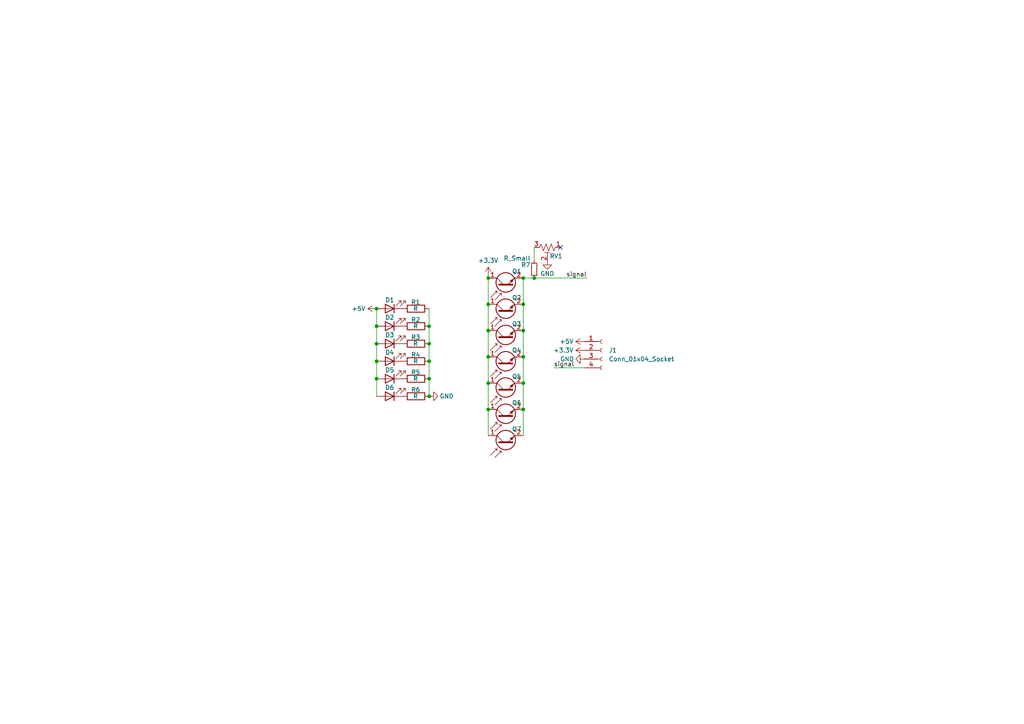
<source format=kicad_sch>
(kicad_sch (version 20230121) (generator eeschema)
  (paper "A4")
  (lib_symbols
    (symbol "Connector:Conn_01x04_Socket" (pin_names (offset 1.016) hide)
      (property "Reference" "J" (at 0 5.08 0))
      (property "Value" "Conn_01x04_Socket" (at 0 -7.62 0))
      (symbol "Conn_01x04_Socket_1_1"
        (arc (start 0 -4.572) (mid -0.5058 -5.08) (end 0 -5.588) (stroke (width 0.1524)))
        (arc (start 0 -2.032) (mid -0.5058 -2.54) (end 0 -3.048) (stroke (width 0.1524)))
        (polyline (pts (xy -1.27 -5.08) (xy -0.508 -5.08)) (stroke (width 0.1524)))
        (polyline (pts (xy -1.27 -2.54) (xy -0.508 -2.54)) (stroke (width 0.1524)))
        (polyline (pts (xy -1.27 0) (xy -0.508 0)) (stroke (width 0.1524)))
        (polyline (pts (xy -1.27 2.54) (xy -0.508 2.54)) (stroke (width 0.1524)))
        (arc (start 0 0.508) (mid -0.5058 0) (end 0 -0.508) (stroke (width 0.1524)))
        (arc (start 0 3.048) (mid -0.5058 2.54) (end 0 2.032) (stroke (width 0.1524)))
        (pin passive line (at -5.08 2.54 0) (length 3.81) (name "Pin_1") (number "1"))
        (pin passive line (at -5.08 0 0) (length 3.81) (name "Pin_2") (number "2"))
        (pin passive line (at -5.08 -2.54 0) (length 3.81) (name "Pin_3") (number "3"))
        (pin passive line (at -5.08 -5.08 0) (length 3.81) (name "Pin_4") (number "4"))
      )
    )
    (symbol "Device:LED" (pin_numbers hide) (pin_names (offset 1.016) hide)
      (property "Reference" "D" (at 0 2.54 0))
      (property "Value" "LED" (at 0 -2.54 0))
      (symbol "LED_0_1"
        (polyline (pts (xy -1.27 -1.27) (xy -1.27 1.27)) (stroke (width 0.254)))
        (polyline (pts (xy -1.27 0) (xy 1.27 0)))
        (polyline (pts (xy 1.27 -1.27) (xy 1.27 1.27) (xy -1.27 0) (xy 1.27 -1.27)) (stroke (width 0.254)))
        (polyline (pts (xy -3.048 -0.762) (xy -4.572 -2.286) (xy -3.81 -2.286) (xy -4.572 -2.286) (xy -4.572 -1.524)))
        (polyline (pts (xy -1.778 -0.762) (xy -3.302 -2.286) (xy -2.54 -2.286) (xy -3.302 -2.286) (xy -3.302 -1.524)))
      )
      (symbol "LED_1_1"
        (pin passive line (at -3.81 0 0) (length 2.54) (name "K") (number "1"))
        (pin passive line (at 3.81 0 180) (length 2.54) (name "A") (number "2"))
      )
    )
    (symbol "Device:Q_Photo_NPN" (pin_names (offset 0) hide)
      (property "Reference" "Q" (at 5.08 1.27 0))
      (property "Value" "Q_Photo_NPN" (at 5.08 -1.27 0))
      (symbol "Q_Photo_NPN_0_1"
        (polyline (pts (xy -1.905 1.27) (xy -2.54 1.27)))
        (polyline (pts (xy -1.27 2.54) (xy -1.905 2.54)))
        (polyline (pts (xy 0.635 0.635) (xy 2.54 2.54)))
        (polyline (pts (xy -3.81 3.175) (xy -1.905 1.27) (xy -1.905 1.905)))
        (polyline (pts (xy -3.175 4.445) (xy -1.27 2.54) (xy -1.27 3.175)))
        (polyline (pts (xy 0.635 -0.635) (xy 2.54 -2.54) (xy 2.54 -2.54)))
        (polyline (pts (xy 0.635 1.905) (xy 0.635 -1.905) (xy 0.635 -1.905)) (stroke (width 0.508)))
        (polyline (pts (xy 1.27 -1.778) (xy 1.778 -1.27) (xy 2.286 -2.286) (xy 1.27 -1.778) (xy 1.27 -1.778)) (fill (type outline)))
        (circle (center 1.27 0) (radius 2.8194) (stroke (width 0.254)))
      )
      (symbol "Q_Photo_NPN_1_1"
        (pin passive line (at 2.54 5.08 270) (length 2.54) (name "C") (number "1"))
        (pin passive line (at 2.54 -5.08 90) (length 2.54) (name "E") (number "2"))
      )
    )
    (symbol "Device:R" (pin_numbers hide) (pin_names (offset 0))
      (property "Reference" "R" (at 2.032 0 90))
      (property "Value" "R" (at 0 0 90))
      (symbol "R_0_1"
        (rectangle (start -1.016 -2.54) (end 1.016 2.54) (stroke (width 0.254)))
      )
      (symbol "R_1_1"
        (pin passive line (at 0 3.81 270) (length 1.27) (name "~") (number "1"))
        (pin passive line (at 0 -3.81 90) (length 1.27) (name "~") (number "2"))
      )
    )
    (symbol "Device:R_Potentiometer_Trim_US" (pin_names (offset 1.016) hide)
      (property "Reference" "RV" (at -4.445 0 90))
      (property "Value" "R_Potentiometer_Trim_US" (at -2.54 0 90))
      (symbol "R_Potentiometer_Trim_US_0_1"
        (polyline (pts (xy 0 -2.286) (xy 0 -2.54)))
        (polyline (pts (xy 0 2.286) (xy 0 2.54)))
        (polyline (pts (xy 1.524 0.762) (xy 1.524 -0.762)))
        (polyline (pts (xy 2.54 0) (xy 1.524 0)))
        (polyline (pts (xy 0 -0.762) (xy 1.016 -1.143) (xy 0 -1.524) (xy -1.016 -1.905) (xy 0 -2.286)))
        (polyline (pts (xy 0 0.762) (xy 1.016 0.381) (xy 0 0) (xy -1.016 -0.381) (xy 0 -0.762)))
        (polyline (pts (xy 0 2.286) (xy 1.016 1.905) (xy 0 1.524) (xy -1.016 1.143) (xy 0 0.762)))
      )
      (symbol "R_Potentiometer_Trim_US_1_1"
        (pin passive line (at 0 3.81 270) (length 1.27) (name "1") (number "1"))
        (pin passive line (at 3.81 0 180) (length 1.27) (name "2") (number "2"))
        (pin passive line (at 0 -3.81 90) (length 1.27) (name "3") (number "3"))
      )
    )
    (symbol "Device:R_Small" (pin_numbers hide) (pin_names (offset 0.254) hide)
      (property "Reference" "R" (at 0.762 0.508 0))
      (property "Value" "R_Small" (at 0.762 -1.016 0))
      (symbol "R_Small_0_1"
        (rectangle (start -0.762 1.778) (end 0.762 -1.778) (stroke (width 0.2032)))
      )
      (symbol "R_Small_1_1"
        (pin passive line (at 0 2.54 270) (length 0.762) (name "~") (number "1"))
        (pin passive line (at 0 -2.54 90) (length 0.762) (name "~") (number "2"))
      )
    )
    (symbol "power:+3.3V" (power) (pin_names (offset 0))
      (property "Value" "+3.3V" (at 0 3.556 0))
      (symbol "+3.3V_0_1"
        (polyline (pts (xy -0.762 1.27) (xy 0 2.54)))
        (polyline (pts (xy 0 0) (xy 0 2.54)))
        (polyline (pts (xy 0 2.54) (xy 0.762 1.27)))
      )
      (symbol "+3.3V_1_1"
        (pin power_in line (at 0 0 90) (length 0) hide (name "+3.3V") (number "1"))
      )
    )
    (symbol "power:+5V" (power) (pin_names (offset 0))
      (property "Value" "+5V" (at 0 3.556 0))
      (symbol "+5V_0_1"
        (polyline (pts (xy -0.762 1.27) (xy 0 2.54)))
        (polyline (pts (xy 0 0) (xy 0 2.54)))
        (polyline (pts (xy 0 2.54) (xy 0.762 1.27)))
      )
      (symbol "+5V_1_1"
        (pin power_in line (at 0 0 90) (length 0) hide (name "+5V") (number "1"))
      )
    )
    (symbol "power:GND" (power) (pin_names (offset 0))
      (property "Value" "GND" (at 0 -3.81 0))
      (symbol "GND_0_1"
        (polyline (pts (xy 0 0) (xy 0 -1.27) (xy 1.27 -1.27) (xy 0 -2.54) (xy -1.27 -1.27) (xy 0 -1.27)))
      )
      (symbol "GND_1_1"
        (pin power_in line (at 0 0 270) (length 0) hide (name "GND") (number "1"))
      )
    )
  )
  (junction (at 124.46 109.855))
  (junction (at 109.22 104.775))
  (junction (at 151.765 118.745))
  (junction (at 151.765 88.265))
  (junction (at 109.22 89.535))
  (junction (at 124.46 114.935))
  (junction (at 141.605 95.885))
  (junction (at 109.22 94.615))
  (junction (at 141.605 118.745))
  (junction (at 141.605 80.645))
  (junction (at 141.605 103.505))
  (junction (at 109.22 99.695))
  (junction (at 124.46 104.775))
  (junction (at 151.765 95.885))
  (junction (at 141.605 88.265))
  (junction (at 109.22 109.855))
  (junction (at 124.46 94.615))
  (junction (at 154.94 80.645))
  (junction (at 151.765 103.505))
  (junction (at 124.46 99.695))
  (junction (at 151.765 80.645))
  (junction (at 141.605 111.125))
  (junction (at 151.765 111.125))
  (no_connect (at 162.56 71.755))
  (wire (pts (xy 151.765 111.125) (xy 151.765 118.745)))
  (wire (pts (xy 160.655 106.68) (xy 169.545 106.68)))
  (wire (pts (xy 141.605 80.01) (xy 141.605 80.645)))
  (wire (pts (xy 141.605 111.125) (xy 141.605 118.745)))
  (wire (pts (xy 151.765 88.265) (xy 151.765 95.885)))
  (wire (pts (xy 109.22 104.775) (xy 109.22 109.855)))
  (wire (pts (xy 109.22 99.695) (xy 109.22 104.775)))
  (wire (pts (xy 124.46 94.615) (xy 124.46 99.695)))
  (wire (pts (xy 124.46 99.695) (xy 124.46 104.775)))
  (wire (pts (xy 109.22 94.615) (xy 109.22 99.695)))
  (wire (pts (xy 151.765 95.885) (xy 151.765 103.505)))
  (wire (pts (xy 109.22 109.855) (xy 109.22 114.935)))
  (wire (pts (xy 124.46 89.535) (xy 124.46 94.615)))
  (wire (pts (xy 151.765 80.645) (xy 154.94 80.645)))
  (wire (pts (xy 151.765 118.745) (xy 151.765 126.365)))
  (wire (pts (xy 151.765 103.505) (xy 151.765 111.125)))
  (wire (pts (xy 141.605 103.505) (xy 141.605 111.125)))
  (wire (pts (xy 151.765 80.645) (xy 151.765 88.265)))
  (wire (pts (xy 124.46 104.775) (xy 124.46 109.855)))
  (wire (pts (xy 141.605 118.745) (xy 141.605 126.365)))
  (wire (pts (xy 141.605 80.645) (xy 141.605 88.265)))
  (wire (pts (xy 141.605 95.885) (xy 141.605 103.505)))
  (wire (pts (xy 154.94 80.645) (xy 170.18 80.645)))
  (wire (pts (xy 124.46 109.855) (xy 124.46 114.935)))
  (wire (pts (xy 141.605 88.265) (xy 141.605 95.885)))
  (wire (pts (xy 109.22 89.535) (xy 109.22 94.615)))
  (wire (pts (xy 154.94 71.755) (xy 154.94 75.565)))
  (label "signal" (at 160.655 106.68 0))
  (label "signal" (at 170.18 80.645 180))
  (symbol (lib_id "power:+3.3V") (at 169.545 101.6 90) (unit 1)
    (property "Reference" "#PWR06" (effects hide))
    (property "Value" "+3.3V" (at 166.37 101.6 90) (effects (justify left)))
  )
  (symbol (lib_id "power:GND") (at 124.46 114.935 90) (unit 1)
    (property "Reference" "#PWR02" (effects hide))
    (property "Value" "GND" (at 129.54 114.935 90))
  )
  (symbol (lib_id "Device:LED") (at 113.03 89.535 180) (unit 1)
    (property "Reference" "D1" (at 113.03 86.995 0))
    (property "Value" "LED" (effects hide))
    (property "Footprint" "LED_THT:LED_D3.0mm_Clear" (effects hide))
  )
  (symbol (lib_id "Device:Q_Photo_NPN") (at 146.685 90.805 90) (unit 1)
    (property "Reference" "Q2" (at 149.86 86.36 90))
    (property "Value" "Q_Photo_NPN" (effects hide))
    (property "Footprint" "LED_THT:LED_D3.0mm_Clear" (effects hide))
  )
  (symbol (lib_id "Device:R") (at 120.65 89.535 90) (unit 1)
    (property "Reference" "R1" (at 121.92 87.63 90) (effects (justify left)))
    (property "Value" "R" (at 121.285 89.535 90) (effects (justify left)))
    (property "Footprint" "Resistor_SMD:R_0603_1608Metric" (effects hide))
  )
  (symbol (lib_id "Device:Q_Photo_NPN") (at 146.685 128.905 90) (unit 1)
    (property "Reference" "Q7" (at 149.86 124.46 90))
    (property "Value" "Q_Photo_NPN" (effects hide))
    (property "Footprint" "LED_THT:LED_D3.0mm_Clear" (effects hide))
  )
  (symbol (lib_id "Device:R") (at 120.65 109.855 90) (unit 1)
    (property "Reference" "R5" (at 121.92 107.95 90) (effects (justify left)))
    (property "Value" "R" (at 121.285 109.855 90) (effects (justify left)))
    (property "Footprint" "Resistor_SMD:R_0603_1608Metric" (effects hide))
  )
  (symbol (lib_id "Device:R") (at 120.65 114.935 90) (unit 1)
    (property "Reference" "R6" (at 121.92 113.03 90) (effects (justify left)))
    (property "Value" "R" (at 121.285 114.935 90) (effects (justify left)))
    (property "Footprint" "Resistor_SMD:R_0603_1608Metric" (effects hide))
  )
  (symbol (lib_id "Device:R") (at 120.65 94.615 90) (unit 1)
    (property "Reference" "R2" (at 121.92 92.71 90) (effects (justify left)))
    (property "Value" "R" (at 121.285 94.615 90) (effects (justify left)))
    (property "Footprint" "Resistor_SMD:R_0603_1608Metric" (effects hide))
  )
  (symbol (lib_id "Device:Q_Photo_NPN") (at 146.685 98.425 90) (unit 1)
    (property "Reference" "Q3" (at 149.86 93.98 90))
    (property "Value" "Q_Photo_NPN" (effects hide))
    (property "Footprint" "LED_THT:LED_D3.0mm_Clear" (effects hide))
  )
  (symbol (lib_id "Device:Q_Photo_NPN") (at 146.685 121.285 90) (unit 1)
    (property "Reference" "Q6" (at 149.86 116.84 90))
    (property "Value" "Q_Photo_NPN" (effects hide))
    (property "Footprint" "LED_THT:LED_D3.0mm_Clear" (effects hide))
  )
  (symbol (lib_id "Connector:Conn_01x04_Socket") (at 174.625 101.6 0) (unit 1)
    (property "Reference" "J1" (at 176.53 101.6 0) (effects (justify left)))
    (property "Value" "Conn_01x04_Socket" (at 176.53 104.14 0) (effects (justify left)))
    (property "Footprint" "Connector_PinHeader_2.54mm:PinHeader_1x04_P2.54mm_Vertical" (effects hide))
  )
  (symbol (lib_id "Device:LED") (at 113.03 109.855 180) (unit 1)
    (property "Reference" "D5" (at 113.03 107.315 0))
    (property "Value" "LED" (effects hide))
    (property "Footprint" "LED_THT:LED_D3.0mm_Clear" (effects hide))
  )
  (symbol (lib_id "power:+5V") (at 109.22 89.535 90) (unit 1)
    (property "Reference" "#PWR01" (effects hide))
    (property "Value" "+5V" (at 106.045 89.535 90) (effects (justify left)))
  )
  (symbol (lib_id "Device:R") (at 120.65 104.775 90) (unit 1)
    (property "Reference" "R4" (at 121.92 102.87 90) (effects (justify left)))
    (property "Value" "R" (at 121.285 104.775 90) (effects (justify left)))
    (property "Footprint" "Resistor_SMD:R_0603_1608Metric" (effects hide))
  )
  (symbol (lib_id "Device:Q_Photo_NPN") (at 146.685 106.045 90) (unit 1)
    (property "Reference" "Q4" (at 149.86 101.6 90))
    (property "Value" "Q_Photo_NPN" (effects hide))
    (property "Footprint" "LED_THT:LED_D3.0mm_Clear" (effects hide))
  )
  (symbol (lib_id "Device:LED") (at 113.03 99.695 180) (unit 1)
    (property "Reference" "D3" (at 113.03 97.155 0))
    (property "Value" "LED" (effects hide))
    (property "Footprint" "LED_THT:LED_D3.0mm_Clear" (effects hide))
  )
  (symbol (lib_id "Device:LED") (at 113.03 104.775 180) (unit 1)
    (property "Reference" "D4" (at 113.03 102.235 0))
    (property "Value" "LED" (effects hide))
    (property "Footprint" "LED_THT:LED_D3.0mm_Clear" (effects hide))
  )
  (symbol (lib_id "power:+5V") (at 169.545 99.06 90) (unit 1)
    (property "Reference" "#PWR05" (effects hide))
    (property "Value" "+5V" (at 166.37 99.06 90) (effects (justify left)))
  )
  (symbol (lib_id "Device:Q_Photo_NPN") (at 146.685 83.185 90) (unit 1)
    (property "Reference" "Q1" (at 149.86 78.74 90))
    (property "Value" "Q_Photo_NPN" (effects hide))
    (property "Footprint" "LED_THT:LED_D3.0mm_Clear" (effects hide))
  )
  (symbol (lib_id "Device:LED") (at 113.03 114.935 180) (unit 1)
    (property "Reference" "D6" (at 113.03 112.395 0))
    (property "Value" "LED" (effects hide))
    (property "Footprint" "LED_THT:LED_D3.0mm_Clear" (effects hide))
  )
  (symbol (lib_id "Device:R") (at 120.65 99.695 90) (unit 1)
    (property "Reference" "R3" (at 121.92 97.79 90) (effects (justify left)))
    (property "Value" "R" (at 121.285 99.695 90) (effects (justify left)))
    (property "Footprint" "Resistor_SMD:R_0603_1608Metric" (effects hide))
  )
  (symbol (lib_id "Device:R_Small") (at 154.94 78.105 180) (unit 1)
    (property "Reference" "R7" (at 151.13 76.835 0) (effects (justify right)))
    (property "Value" "R_Small" (at 146.05 74.93 0) (effects (justify right)))
  )
  (symbol (lib_id "power:+3.3V") (at 141.605 80.01 0) (unit 1)
    (property "Reference" "#PWR03" (effects hide))
    (property "Value" "+3.3V" (at 141.605 75.565 0))
  )
  (symbol (lib_id "Device:R_Potentiometer_Trim_US") (at 158.75 71.755 270) (unit 1)
    (property "Reference" "RV1" (at 163.195 74.295 90) (effects (justify right)))
    (property "Value" "R_Potentiometer_Trim_US" (effects hide))
    (property "Footprint" "Potentiometer_SMD:Potentiometer_Bourns_TC33X_Vertical" (effects hide))
  )
  (symbol (lib_id "power:GND") (at 158.75 75.565 0) (unit 1)
    (property "Reference" "#PWR04" (effects hide))
    (property "Value" "GND" (at 158.75 79.375 0))
  )
  (symbol (lib_id "Device:Q_Photo_NPN") (at 146.685 113.665 90) (unit 1)
    (property "Reference" "Q5" (at 149.86 109.22 90))
    (property "Value" "Q_Photo_NPN" (effects hide))
    (property "Footprint" "LED_THT:LED_D3.0mm_Clear" (effects hide))
  )
  (symbol (lib_id "Device:LED") (at 113.03 94.615 180) (unit 1)
    (property "Reference" "D2" (at 113.03 92.075 0))
    (property "Value" "LED" (effects hide))
    (property "Footprint" "LED_THT:LED_D3.0mm_Clear" (effects hide))
  )
  (symbol (lib_id "power:GND") (at 169.545 104.14 270) (unit 1)
    (property "Reference" "#PWR07" (effects hide))
    (property "Value" "GND" (at 164.465 104.14 90))
  )
)
</source>
